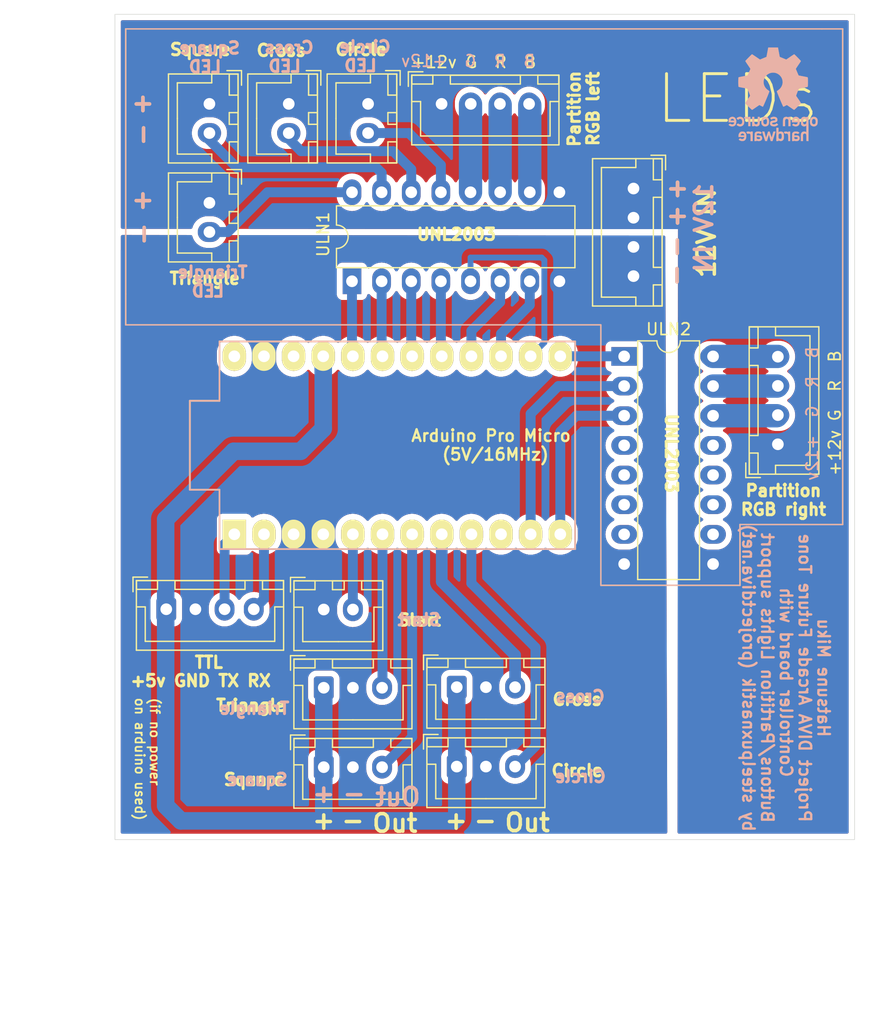
<source format=kicad_pcb>
(kicad_pcb (version 20210722) (generator pcbnew)
  (layers (0 "F.Cu" signal) (31 "B.Cu" signal) (34 "B.Paste" user) (35 "F.Paste" user) (36 "B.SilkS" user "B.Silkscreen") (37 "F.SilkS" user "F.Silkscreen") (38 "B.Mask" user) (39 "F.Mask" user) (44 "Edge.Cuts" user))
  (net 0 "")
  (net 1 "Net-(ProMicro1-Pad5)")
  (net 2 "Net-(ProMicro1-Pad6)")
  (net 3 "Net-(CIRCLE_LED1-Pad2)")
  (net 4 "Net-(Circle1-Pad1)")
  (net 5 "Net-(12V_IN1-Pad1)")
  (net 6 "Net-(12V_IN1-Pad3)")
  (net 7 "Net-(Partition_L1-Pad2)")
  (net 8 "Net-(Circle1-Pad3)")
  (net 9 "Net-(Cross1-Pad3)")
  (net 10 "Net-(SQUARE_LED1-Pad2)")
  (net 11 "Net-(ProMicro1-Pad7)")
  (net 12 "unconnected-(ProMicro1-Pad10)")
  (net 13 "Net-(ProMicro1-Pad13)")
  (net 14 "Net-(CROSS_LED1-Pad2)")
  (net 15 "Net-(ProMicro1-Pad14)")
  (net 16 "Net-(ProMicro1-Pad16)")
  (net 17 "Net-(ProMicro1-Pad17)")
  (net 18 "Net-(ProMicro1-Pad18)")
  (net 19 "Net-(ProMicro1-Pad19)")
  (net 20 "Net-(ProMicro1-Pad20)")
  (net 21 "Net-(TRIANGLE_LED1-Pad2)")
  (net 22 "Net-(ProMicro1-Pad15)")
  (net 23 "Net-(ProMicro1-Pad11)")
  (net 24 "Net-(ProMicro1-Pad12)")
  (net 25 "Net-(Partition_L1-Pad3)")
  (net 26 "Net-(Partition_L1-Pad4)")
  (net 27 "Net-(Partition_R1-Pad2)")
  (net 38 "Net-(ProMicro1-Pad1)")
  (net 39 "Net-(ProMicro1-Pad2)")
  (net 40 "Net-(Partition_R1-Pad3)")
  (net 41 "Net-(Partition_R1-Pad4)")
  (footprint "Connector_JST:JST_XH_B3B-XH-A_1x03_P2.50mm_Vertical" (layer "F.Cu") (at 130.9 94.9)
    (fp_text reference "Circle1" hide)
    (fp_text value "Circle_Conn_01x03")
    (pad "1" thru_hole roundrect locked (at 0 0) (size 1.7 1.95) (drill 1) (layers *.Cu *.Mask) (roundrect_rratio 0.147059) (net 4 "Net-(Circle1-Pad1)"))
    (pad "2" thru_hole oval locked (at 2.5 0) (size 1.7 1.95) (drill 1) (layers *.Cu *.Mask) (net 6 "Net-(12V_IN1-Pad3)"))
    (pad "3" thru_hole oval locked (at 5 0) (size 1.7 1.95) (drill 1) (layers *.Cu *.Mask) (net 8 "Net-(Circle1-Pad3)"))
  )
  (footprint "Connector_JST:JST_XH_B3B-XH-A_1x03_P2.50mm_Vertical" (layer "F.Cu") (at 130.9 88.1)
    (fp_text reference "Cross1" hide)
    (fp_text value "Cross_Conn_01x03")
    (pad "1" thru_hole roundrect locked (at 0 0) (size 1.7 1.95) (drill 1) (layers *.Cu *.Mask) (roundrect_rratio 0.147059) (net 4 "Net-(Circle1-Pad1)"))
    (pad "2" thru_hole oval locked (at 2.5 0) (size 1.7 1.95) (drill 1) (layers *.Cu *.Mask) (net 6 "Net-(12V_IN1-Pad3)"))
    (pad "3" thru_hole oval locked (at 5 0) (size 1.7 1.95) (drill 1) (layers *.Cu *.Mask) (net 9 "Net-(Cross1-Pad3)"))
  )
  (footprint "Connector_JST:JST_XH_B3B-XH-A_1x03_P2.50mm_Vertical" (layer "F.Cu") (at 119.5 94.95)
    (fp_text reference "Square1" hide)
    (fp_text value "Square_Conn_01x03")
    (pad "1" thru_hole roundrect locked (at 0 0) (size 1.7 1.95) (drill 1) (layers *.Cu *.Mask) (roundrect_rratio 0.147059) (net 4 "Net-(Circle1-Pad1)"))
    (pad "2" thru_hole oval locked (at 2.5 0) (size 1.7 1.95) (drill 1) (layers *.Cu *.Mask) (net 6 "Net-(12V_IN1-Pad3)"))
    (pad "3" thru_hole oval locked (at 5 0) (size 1.7 1.95) (drill 1) (layers *.Cu *.Mask) (net 11 "Net-(ProMicro1-Pad7)"))
  )
  (footprint "Connector_JST:JST_XH_B3B-XH-A_1x03_P2.50mm_Vertical" (layer "F.Cu") (at 119.5 88.15)
    (fp_text reference "Triangle1" hide)
    (fp_text value "Triangle_Conn_01x03")
    (pad "1" thru_hole roundrect locked (at 0 0) (size 1.7 1.95) (drill 1) (layers *.Cu *.Mask) (roundrect_rratio 0.147059) (net 4 "Net-(Circle1-Pad1)"))
    (pad "2" thru_hole oval locked (at 2.5 0) (size 1.7 1.95) (drill 1) (layers *.Cu *.Mask) (net 6 "Net-(12V_IN1-Pad3)"))
    (pad "3" thru_hole oval locked (at 5 0) (size 1.7 1.95) (drill 1) (layers *.Cu *.Mask) (net 2 "Net-(ProMicro1-Pad6)"))
  )
  (footprint "Connector_JST:JST_XH_B2B-XH-A_1x02_P2.50mm_Vertical" (layer "F.Cu") (at 119.5 81.45)
    (fp_text reference "Start1" hide)
    (fp_text value "START_Conn_01x02")
    (pad "1" thru_hole roundrect locked (at 0 0) (size 1.7 2) (drill 1) (layers *.Cu *.Mask) (roundrect_rratio 0.147059) (net 6 "Net-(12V_IN1-Pad3)"))
    (pad "2" thru_hole oval locked (at 2.5 0) (size 1.7 2) (drill 1) (layers *.Cu *.Mask) (net 1 "Net-(ProMicro1-Pad5)"))
  )
  (footprint "Connector_JST:JST_XH_B2B-XH-A_1x02_P2.50mm_Vertical" (layer "F.Cu") (at 109.7 46.625 -90)
    (fp_text reference "TRIANGLE_LED1" hide)
    (fp_text value "TRIANGLE_LED_Conn_01x02")
    (pad "1" thru_hole roundrect locked (at 0 0 270) (size 1.7 2) (drill 1) (layers *.Cu *.Mask) (roundrect_rratio 0.147059) (net 5 "Net-(12V_IN1-Pad1)"))
    (pad "2" thru_hole oval locked (at 2.5 0 270) (size 1.7 2) (drill 1) (layers *.Cu *.Mask) (net 21 "Net-(TRIANGLE_LED1-Pad2)"))
  )
  (footprint "Connector_JST:JST_XH_B2B-XH-A_1x02_P2.50mm_Vertical" (layer "F.Cu") (at 109.7 38.15 -90)
    (fp_text reference "SQUARE_LED1" hide)
    (fp_text value "SQUARE_LED_Conn_01x02")
    (pad "1" thru_hole roundrect locked (at 0 0 270) (size 1.7 2) (drill 1) (layers *.Cu *.Mask) (roundrect_rratio 0.147059) (net 5 "Net-(12V_IN1-Pad1)"))
    (pad "2" thru_hole oval locked (at 2.5 0 270) (size 1.7 2) (drill 1) (layers *.Cu *.Mask) (net 10 "Net-(SQUARE_LED1-Pad2)"))
  )
  (footprint "Connector_JST:JST_XH_B2B-XH-A_1x02_P2.50mm_Vertical" (layer "F.Cu") (at 116.5 38.15 -90)
    (fp_text reference "CROSS_LED1" hide)
    (fp_text value "CROSS_LED_Conn_01x02")
    (pad "1" thru_hole roundrect locked (at 0 0 270) (size 1.7 2) (drill 1) (layers *.Cu *.Mask) (roundrect_rratio 0.147059) (net 5 "Net-(12V_IN1-Pad1)"))
    (pad "2" thru_hole oval locked (at 2.5 0 270) (size 1.7 2) (drill 1) (layers *.Cu *.Mask) (net 14 "Net-(CROSS_LED1-Pad2)"))
  )
  (footprint "Connector_JST:JST_XH_B2B-XH-A_1x02_P2.50mm_Vertical" (layer "F.Cu") (at 123.3 38.15 -90)
    (fp_text reference "CIRCLE_LED1" hide)
    (fp_text value "CIRCLE_LED_Conn_01x02")
    (pad "1" thru_hole roundrect locked (at 0 0 270) (size 1.7 2) (drill 1) (layers *.Cu *.Mask) (roundrect_rratio 0.147059) (net 5 "Net-(12V_IN1-Pad1)"))
    (pad "2" thru_hole oval locked (at 2.5 0 270) (size 1.7 2) (drill 1) (layers *.Cu *.Mask) (net 3 "Net-(CIRCLE_LED1-Pad2)"))
  )
  (footprint "promicro:ProMicro" (layer "F.Cu") (at 125.805001 67.385001)
    (fp_text reference "ProMicro1" hide)
    (fp_text value "ProMicro")
    (pad "1" thru_hole rect locked (at -13.97 7.62) (size 2 2.5) (drill 1) (layers *.Cu *.Mask "F.SilkS") (net 38 "Net-(ProMicro1-Pad1)"))
    (pad "2" thru_hole oval locked (at -11.43 7.62) (size 2 2.5) (drill 1) (layers *.Cu *.Mask "F.SilkS") (net 39 "Net-(ProMicro1-Pad2)"))
    (pad "3" thru_hole oval locked (at -8.89 7.62) (size 2 2.5) (drill 1) (layers *.Cu *.Mask "F.SilkS") (net 6 "Net-(12V_IN1-Pad3)"))
    (pad "4" thru_hole oval locked (at -6.35 7.62) (size 2 2.5) (drill 1) (layers *.Cu *.Mask "F.SilkS") (net 6 "Net-(12V_IN1-Pad3)"))
    (pad "5" thru_hole oval locked (at -3.81 7.62) (size 2 2.5) (drill 1) (layers *.Cu *.Mask "F.SilkS") (net 1 "Net-(ProMicro1-Pad5)"))
    (pad "6" thru_hole oval locked (at -1.27 7.62) (size 2 2.5) (drill 1) (layers *.Cu *.Mask "F.SilkS") (net 2 "Net-(ProMicro1-Pad6)"))
    (pad "7" thru_hole oval locked (at 1.27 7.62) (size 2 2.5) (drill 1) (layers *.Cu *.Mask "F.SilkS") (net 11 "Net-(ProMicro1-Pad7)"))
    (pad "8" thru_hole oval locked (at 3.81 7.62) (size 2 2.5) (drill 1) (layers *.Cu *.Mask "F.SilkS") (net 9 "Net-(Cross1-Pad3)"))
    (pad "9" thru_hole oval locked (at 6.35 7.62) (size 2 2.5) (drill 1) (layers *.Cu *.Mask "F.SilkS") (net 8 "Net-(Circle1-Pad3)"))
    (pad "10" thru_hole oval locked (at 8.89 7.62) (size 2 2.5) (drill 1) (layers *.Cu *.Mask "F.SilkS") (net 12 "unconnected-(ProMicro1-Pad10)"))
    (pad "11" thru_hole oval locked (at 11.43 7.62) (size 2 2.5) (drill 1) (layers *.Cu *.Mask "F.SilkS") (net 23 "Net-(ProMicro1-Pad11)"))
    (pad "12" thru_hole oval locked (at 13.97 7.62) (size 2 2.5) (drill 1) (layers *.Cu *.Mask "F.SilkS") (net 24 "Net-(ProMicro1-Pad12)"))
    (pad "13" thru_hole oval locked (at 13.97 -7.62) (size 2 2.5) (drill 1) (layers *.Cu *.Mask "F.SilkS") (net 13 "Net-(ProMicro1-Pad13)"))
    (pad "14" thru_hole oval locked (at 11.43 -7.62) (size 2 2.5) (drill 1) (layers *.Cu *.Mask "F.SilkS") (net 15 "Net-(ProMicro1-Pad14)"))
    (pad "15" thru_hole oval locked (at 8.89 -7.62) (size 2 2.5) (drill 1) (layers *.Cu *.Mask "F.SilkS") (net 22 "Net-(ProMicro1-Pad15)"))
    (pad "16" thru_hole oval locked (at 6.35 -7.62) (size 2 2.5) (drill 1) (layers *.Cu *.Mask "F.SilkS") (net 16 "Net-(ProMicro1-Pad16)"))
    (pad "17" thru_hole oval locked (at 3.81 -7.62) (size 2 2.5) (drill 1) (layers *.Cu *.Mask "F.SilkS") (net 17 "Net-(ProMicro1-Pad17)"))
    (pad "18" thru_hole oval locked (at 1.27 -7.62) (size 2 2.5) (drill 1) (layers *.Cu *.Mask "F.SilkS") (net 18 "Net-(ProMicro1-Pad18)"))
    (pad "19" thru_hole oval locked (at -1.27 -7.62) (size 2 2.5) (drill 1) (layers *.Cu *.Mask "F.SilkS") (net 19 "Net-(ProMicro1-Pad19)"))
    (pad "20" thru_hole oval locked (at -3.81 -7.62) (size 2 2.5) (drill 1) (layers *.Cu *.Mask "F.SilkS") (net 20 "Net-(ProMicro1-Pad20)"))
    (pad "21" thru_hole oval locked (at -6.35 -7.62) (size 2 2.5) (drill 1) (layers *.Cu *.Mask "F.SilkS") (net 4 "Net-(Circle1-Pad1)"))
    (pad "22" thru_hole oval locked (at -8.89 -7.62) (size 2 2.5) (drill 1) (layers *.Cu *.Mask "F.SilkS"))
    (pad "23" thru_hole oval locked (at -11.43 -7.62) (size 2 2.5) (drill 1) (layers *.Cu *.Mask "F.SilkS") (net 6 "Net-(12V_IN1-Pad3)"))
    (pad "24" thru_hole oval locked (at -13.97 -7.62) (size 2 2.5) (drill 1) (layers *.Cu *.Mask "F.SilkS"))
  )
  (footprint "Package_DIP:DIP-16_W7.62mm" (layer "F.Cu") (at 121.92 53.34 90)
    (fp_text reference "ULN1" (at 4.015 -2.47 270) (layer "F.SilkS"))
    (fp_text value "ULN2003")
    (pad "1" thru_hole rect locked (at 0 0 90) (size 2.2 1.6) (drill 1) (layers *.Cu *.Mask) (net 20 "Net-(ProMicro1-Pad20)"))
    (pad "2" thru_hole oval locked (at 0 2.54 90) (size 2.2 1.6) (drill 1) (layers *.Cu *.Mask) (net 19 "Net-(ProMicro1-Pad19)"))
    (pad "3" thru_hole oval locked (at 0 5.08 90) (size 2.2 1.6) (drill 1) (layers *.Cu *.Mask) (net 18 "Net-(ProMicro1-Pad18)"))
    (pad "4" thru_hole oval locked (at 0 7.62 90) (size 2.2 1.6) (drill 1) (layers *.Cu *.Mask) (net 17 "Net-(ProMicro1-Pad17)"))
    (pad "5" thru_hole oval locked (at 0 10.16 90) (size 2.2 1.6) (drill 1) (layers *.Cu *.Mask) (net 15 "Net-(ProMicro1-Pad14)"))
    (pad "6" thru_hole oval locked (at 0 12.7 90) (size 2.2 1.6) (drill 1) (layers *.Cu *.Mask) (net 16 "Net-(ProMicro1-Pad16)"))
    (pad "7" thru_hole oval locked (at 0 15.24 90) (size 2.2 1.6) (drill 1) (layers *.Cu *.Mask) (net 22 "Net-(ProMicro1-Pad15)"))
    (pad "8" thru_hole oval locked (at 0 17.78 90) (size 2.2 1.6) (drill 1) (layers *.Cu *.Mask) (net 6 "Net-(12V_IN1-Pad3)"))
    (pad "9" thru_hole oval locked (at 7.62 17.78 90) (size 2.2 1.6) (drill 1) (layers *.Cu *.Mask) (net 5 "Net-(12V_IN1-Pad1)"))
    (pad "10" thru_hole oval locked (at 7.62 15.24 90) (size 2.2 1.6) (drill 1) (layers *.Cu *.Mask) (net 26 "Net-(Partition_L1-Pad4)"))
    (pad "11" thru_hole oval locked (at 7.62 12.7 90) (size 2.2 1.6) (drill 1) (layers *.Cu *.Mask) (net 25 "Net-(Partition_L1-Pad3)"))
    (pad "12" thru_hole oval locked (at 7.62 10.16 90) (size 2.2 1.6) (drill 1) (layers *.Cu *.Mask) (net 7 "Net-(Partition_L1-Pad2)"))
    (pad "13" thru_hole oval locked (at 7.62 7.62 90) (size 2.2 1.6) (drill 1) (layers *.Cu *.Mask) (net 3 "Net-(CIRCLE_LED1-Pad2)"))
    (pad "14" thru_hole oval locked (at 7.62 5.08 90) (size 2.2 1.6) (drill 1) (layers *.Cu *.Mask) (net 14 "Net-(CROSS_LED1-Pad2)"))
    (pad "15" thru_hole oval locked (at 7.62 2.54 90) (size 2.2 1.6) (drill 1) (layers *.Cu *.Mask) (net 10 "Net-(SQUARE_LED1-Pad2)"))
    (pad "16" thru_hole oval locked (at 7.62 0 90) (size 2.2 1.6) (drill 1) (layers *.Cu *.Mask) (net 21 "Net-(TRIANGLE_LED1-Pad2)"))
  )
  (footprint "Package_DIP:DIP-16_W7.62mm" (layer "F.Cu") (at 145.25 59.775)
    (fp_text reference "ULN2" (at 3.81 -2.33) (layer "F.SilkS"))
    (fp_text value "ULN2003")
    (pad "1" thru_hole rect locked (at 0 0) (size 2.2 1.6) (drill 1) (layers *.Cu *.Mask) (net 13 "Net-(ProMicro1-Pad13)"))
    (pad "2" thru_hole oval locked (at 0 2.54) (size 2.2 1.6) (drill 1) (layers *.Cu *.Mask) (net 23 "Net-(ProMicro1-Pad11)"))
    (pad "3" thru_hole oval locked (at 0 5.08) (size 2.2 1.6) (drill 1) (layers *.Cu *.Mask) (net 24 "Net-(ProMicro1-Pad12)"))
    (pad "4" thru_hole oval locked (at 0 7.62) (size 2.2 1.6) (drill 1) (layers *.Cu *.Mask))
    (pad "5" thru_hole oval locked (at 0 10.16) (size 2.2 1.6) (drill 1) (layers *.Cu *.Mask))
    (pad "6" thru_hole oval locked (at 0 12.7) (size 2.2 1.6) (drill 1) (layers *.Cu *.Mask))
    (pad "7" thru_hole oval locked (at 0 15.24) (size 2.2 1.6) (drill 1) (layers *.Cu *.Mask))
    (pad "8" thru_hole oval locked (at 0 17.78) (size 2.2 1.6) (drill 1) (layers *.Cu *.Mask) (net 6 "Net-(12V_IN1-Pad3)"))
    (pad "9" thru_hole oval locked (at 7.62 17.78) (size 2.2 1.6) (drill 1) (layers *.Cu *.Mask) (net 5 "Net-(12V_IN1-Pad1)"))
    (pad "10" thru_hole oval locked (at 7.62 15.24) (size 2.2 1.6) (drill 1) (layers *.Cu *.Mask))
    (pad "11" thru_hole oval locked (at 7.62 12.7) (size 2.2 1.6) (drill 1) (layers *.Cu *.Mask))
    (pad "12" thru_hole oval locked (at 7.62 10.16) (size 2.2 1.6) (drill 1) (layers *.Cu *.Mask))
    (pad "13" thru_hole oval locked (at 7.62 7.62) (size 2.2 1.6) (drill 1) (layers *.Cu *.Mask))
    (pad "14" thru_hole oval locked (at 7.62 5.08) (size 2.2 1.6) (drill 1) (layers *.Cu *.Mask) (net 27 "Net-(Partition_R1-Pad2)"))
    (pad "15" thru_hole oval locked (at 7.62 2.54) (size 2.2 1.6) (drill 1) (layers *.Cu *.Mask) (net 40 "Net-(Partition_R1-Pad3)"))
    (pad "16" thru_hole oval locked (at 7.62 0) (size 2.2 1.6) (drill 1) (layers *.Cu *.Mask) (net 41 "Net-(Partition_R1-Pad4)"))
  )
  (footprint "Connector_JST:JST_XH_B4B-XH-A_1x04_P2.50mm_Vertical" (layer "F.Cu") (at 146.05 45.4 -90)
    (fp_text reference "12V_IN1" hide)
    (fp_text value "12V_IN")
    (pad "1" thru_hole roundrect locked (at 0 0 270) (size 1.7 1.95) (drill 1) (layers *.Cu *.Mask) (roundrect_rratio 0.147059) (net 5 "Net-(12V_IN1-Pad1)"))
    (pad "2" thru_hole oval locked (at 2.5 0 270) (size 1.7 1.95) (drill 1) (layers *.Cu *.Mask) (net 5 "Net-(12V_IN1-Pad1)"))
    (pad "3" thru_hole oval locked (at 5 0 270) (size 1.7 1.95) (drill 1) (layers *.Cu *.Mask) (net 6 "Net-(12V_IN1-Pad3)"))
    (pad "4" thru_hole oval locked (at 7.5 0 270) (size 1.7 1.95) (drill 1) (layers *.Cu *.Mask) (net 6 "Net-(12V_IN1-Pad3)"))
  )
  (footprint "Connector_JST:JST_XH_B4B-XH-A_1x04_P2.50mm_Vertical" (layer "F.Cu") (at 129.6 38.15)
    (fp_text reference "Partition_L1" hide)
    (fp_text value "Conn_01x04")
    (pad "1" thru_hole roundrect locked (at 0 0) (size 1.7 1.95) (drill 1) (layers *.Cu *.Mask) (roundrect_rratio 0.147059) (net 5 "Net-(12V_IN1-Pad1)"))
    (pad "2" thru_hole oval locked (at 2.5 0) (size 1.7 1.95) (drill 1) (layers *.Cu *.Mask) (net 7 "Net-(Partition_L1-Pad2)"))
    (pad "3" thru_hole oval locked (at 5 0) (size 1.7 1.95) (drill 1) (layers *.Cu *.Mask) (net 25 "Net-(Partition_L1-Pad3)"))
    (pad "4" thru_hole oval locked (at 7.5 0) (size 1.7 1.95) (drill 1) (layers *.Cu *.Mask) (net 26 "Net-(Partition_L1-Pad4)"))
  )
  (footprint "Connector_JST:JST_XH_B4B-XH-A_1x04_P2.50mm_Vertical" (layer "F.Cu") (at 106 81.425)
    (fp_text reference "TTL1" hide)
    (fp_text value "Conn_01x04")
    (pad "1" thru_hole roundrect locked (at 0 0) (size 1.7 1.95) (drill 1) (layers *.Cu *.Mask) (roundrect_rratio 0.147059) (net 4 "Net-(Circle1-Pad1)"))
    (pad "2" thru_hole oval locked (at 2.5 0) (size 1.7 1.95) (drill 1) (layers *.Cu *.Mask) (net 6 "Net-(12V_IN1-Pad3)"))
    (pad "3" thru_hole oval locked (at 5 0) (size 1.7 1.95) (drill 1) (layers *.Cu *.Mask) (net 38 "Net-(ProMicro1-Pad1)"))
    (pad "4" thru_hole oval locked (at 7.5 0) (size 1.7 1.95) (drill 1) (layers *.Cu *.Mask) (net 39 "Net-(ProMicro1-Pad2)"))
  )
  (footprint "Connector_JST:JST_XH_B4B-XH-A_1x04_P2.50mm_Vertical" (layer "F.Cu") (at 158.425 67.3 90)
    (fp_text reference "Partition_R1" hide)
    (fp_text value "Conn_01x04")
    (pad "1" thru_hole roundrect locked (at 0 0 90) (size 1.7 1.95) (drill 1) (layers *.Cu *.Mask) (roundrect_rratio 0.147059) (net 5 "Net-(12V_IN1-Pad1)"))
    (pad "2" thru_hole oval locked (at 2.5 0 90) (size 1.7 1.95) (drill 1) (layers *.Cu *.Mask) (net 27 "Net-(Partition_R1-Pad2)"))
    (pad "3" thru_hole oval locked (at 5 0 90) (size 1.7 1.95) (drill 1) (layers *.Cu *.Mask) (net 40 "Net-(Partition_R1-Pad3)"))
    (pad "4" thru_hole oval locked (at 7.5 0 90) (size 1.7 1.95) (drill 1) (layers *.Cu *.Mask) (net 41 "Net-(Partition_R1-Pad4)"))
  )
  (footprint "Symbol:OSHW-Logo_7.5x8mm_SilkScreen" (layer "B.Cu") (at 158.025 37.325 180)
    (fp_text reference "REF**" hide)
    (fp_text value "OSHW-Logo_7.5x8mm_SilkScreen" hide)
  )
  (gr_line (start 155.175 79.375) (end 143.25 79.375) (layer "B.SilkS") (width 0.12))
  (gr_line (start 143.25 79.375) (end 143.25 57.075) (layer "B.SilkS") (width 0.12))
  (gr_line (start 143.25 57.075) (end 102.525 57.075) (layer "B.SilkS") (width 0.12))
  (gr_line (start 162.2 31.725) (end 102.525 31.725) (layer "B.SilkS") (width 0.12))
  (gr_line (start 163.975 31.725) (end 163.975 74.175) (layer "B.SilkS") (width 0.12))
  (gr_line (start 155.175 74.175) (end 155.175 79.375) (layer "B.SilkS") (width 0.12))
  (gr_line (start 102.525 57.075) (end 102.525 54.425) (layer "B.SilkS") (width 0.12))
  (gr_line (start 102.525 31.725) (end 102.525 54.425) (layer "B.SilkS") (width 0.12))
  (gr_line (start 162.2 31.725) (end 163.975 31.725) (layer "B.SilkS") (width 0.12))
  (gr_line (start 163.975 74.175) (end 155.175 74.175) (layer "B.SilkS") (width 0.12))
  (gr_line (start 163.975 31.725) (end 163.975 74.175) (layer "F.SilkS") (width 0.12))
  (gr_line (start 163.975 74.175) (end 155.175 74.175) (layer "F.SilkS") (width 0.12))
  (gr_line (start 102.525 31.725) (end 102.525 54.425) (layer "F.SilkS") (width 0.12))
  (gr_line (start 143.25 79.375) (end 143.25 57.075) (layer "F.SilkS") (width 0.12))
  (gr_line (start 102.525 57.075) (end 102.525 54.425) (layer "F.SilkS") (width 0.12))
  (gr_line (start 155.175 79.375) (end 143.25 79.375) (layer "F.SilkS") (width 0.12))
  (gr_line (start 143.25 57.075) (end 102.525 57.075) (layer "F.SilkS") (width 0.12))
  (gr_line (start 162.2 31.725) (end 102.525 31.725) (layer "F.SilkS") (width 0.12))
  (gr_line (start 162.2 31.725) (end 163.975 31.725) (layer "F.SilkS") (width 0.12))
  (gr_line (start 155.175 74.175) (end 155.175 79.375) (layer "F.SilkS") (width 0.12))
  (gr_rect (start 165 101.152) (end 101.6 30.48) (layer "Edge.Cuts") (width 0.05) (fill none))
  (gr_text "+" (at 149.825 47.675) (layer "B.SilkS") (effects (font (size 1.5 1.5) (thickness 0.3))))
  (gr_text "-" (at 149.7 50.375 90) (layer "B.SilkS") (effects (font (size 1.5 1.5) (thickness 0.3))))
  (gr_text "-" (at 122.1 97.2) (layer "B.SilkS") (effects (font (size 1.5 1.5) (thickness 0.3)) (justify mirror)))
  (gr_text "Out" (at 125.85 97.5) (layer "B.SilkS") (effects (font (size 1.5 1.5) (thickness 0.3)) (justify mirror)))
  (gr_text "+" (at 119.5 97.2) (layer "B.SilkS") (effects (font (size 1.5 1.5) (thickness 0.3)) (justify mirror)))
  (gr_text "+" (at 104 46.325) (layer "B.SilkS") (effects (font (size 1.5 1.5) (thickness 0.3)) (justify mirror)))
  (gr_text "Triangle" (at 113.538 89.916) (layer "B.SilkS") (effects (font (size 1 1) (thickness 0.25)) (justify mirror)))
  (gr_text "-" (at 104 49.3 90) (layer "B.SilkS") (effects (font (size 1.5 1.5) (thickness 0.3)) (justify mirror)))
  (gr_text "Square" (at 113.792 96.012) (layer "B.SilkS") (effects (font (size 1 1) (thickness 0.25)) (justify mirror)))
  (gr_text "Cross \nLED" (at 116.15 34.125) (layer "B.SilkS") (effects (font (size 1 1) (thickness 0.25)) (justify mirror)))
  (gr_text "12V IN" (at 152.075 48.75 90) (layer "B.SilkS") (effects (font (size 1.5 1.5) (thickness 0.3)) (justify mirror)))
  (gr_text "Hatsune Miku\nProject DIVA Arcade Future Tone\nController board with \nButtons/Partition Lights support\nby steelpuxnastik (projectdiva.net)" (at 159.125 87.3 270) (layer "B.SilkS") (effects (font (size 1 1) (thickness 0.2)) (justify mirror)))
  (gr_text "Circle \nLED" (at 122.65 34.075) (layer "B.SilkS") (effects (font (size 1 1) (thickness 0.25)) (justify mirror)))
  (gr_text "Start" (at 127.675 82.325) (layer "B.SilkS") (effects (font (size 1 1) (thickness 0.25)) (justify mirror)))
  (gr_text "B  R  G  +12v" (at 131.875 34.475) (layer "B.SilkS") (effects (font (size 1 1)) (justify mirror)))
  (gr_text "+" (at 104 38.05) (layer "B.SilkS") (effects (font (size 1.5 1.5) (thickness 0.3)) (justify mirror)))
  (gr_text "Triangle \nLED" (at 109.575 53.375) (layer "B.SilkS") (effects (font (size 1 1) (thickness 0.25)) (justify mirror)))
  (gr_text "-" (at 149.675 52.825 90) (layer "B.SilkS") (effects (font (size 1.5 1.5) (thickness 0.3))))
  (gr_text "Cross" (at 141.478 88.9) (layer "B.SilkS") (effects (font (size 1 1) (thickness 0.25)) (justify mirror)))
  (gr_text "-" (at 103.95 40.775 90) (layer "B.SilkS") (effects (font (size 1.5 1.5) (thickness 0.3))))
  (gr_text "Circle" (at 141.478 95.758) (layer "B.SilkS") (effects (font (size 1 1) (thickness 0.25)) (justify mirror)))
  (gr_text "Square \nLED" (at 109.325 34.175) (layer "B.SilkS") (effects (font (size 1 1) (thickness 0.25)) (justify mirror)))
  (gr_text "+" (at 149.825 45.325) (layer "B.SilkS") (effects (font (size 1.5 1.5) (thickness 0.3))))
  (gr_text "B  R  G  +12v" (at 161.375 64.675 90) (layer "B.SilkS") (effects (font (size 1 1)) (justify mirror)))
  (gr_text "Circle" (at 122.7 33.5) (layer "F.SilkS") (effects (font (size 1 1) (thickness 0.25))))
  (gr_text "Cross" (at 115.85 33.575) (layer "F.SilkS") (effects (font (size 1 1) (thickness 0.25))))
  (gr_text "Square" (at 108.925 33.5) (layer "F.SilkS") (effects (font (size 1 1) (thickness 0.25))))
  (gr_text "Triangle" (at 109.3 53.1) (layer "F.SilkS") (effects (font (size 1 1) (thickness 0.25))))
  (gr_text "-" (at 149.7 50.375 90) (layer "F.SilkS") (effects (font (size 1.5 1.5) (thickness 0.3))))
  (gr_text "+" (at 104 38.05) (layer "F.SilkS") (effects (font (size 1.5 1.5) (thickness 0.3)) (justify mirror)))
  (gr_text "-" (at 103.95 40.775 90) (layer "F.SilkS") (effects (font (size 1.5 1.5) (thickness 0.3))))
  (gr_text "+" (at 119.5 99.5) (layer "F.SilkS") (effects (font (size 1.5 1.5) (thickness 0.3)) (justify mirror)))
  (gr_text "-" (at 122 99.5) (layer "F.SilkS") (effects (font (size 1.5 1.5) (thickness 0.3))))
  (gr_text "Out" (at 125.6 99.75) (layer "F.SilkS") (effects (font (size 1.5 1.5) (thickness 0.3))))
  (gr_text "Partition\nRGB right" (at 158.9 72.075) (layer "F.SilkS") (effects (font (size 1 1) (thickness 0.25))))
  (gr_text "+" (at 149.825 47.675) (layer "F.SilkS") (effects (font (size 1.5 1.5) (thickness 0.3)) (justify mirror)))
  (gr_text "Out" (at 136.95 99.7) (layer "F.SilkS") (effects (font (size 1.5 1.5) (thickness 0.3))))
  (gr_text "Partition\nRGB left" (at 141.775 38.575 90) (layer "F.SilkS") (effects (font (size 1 1) (thickness 0.25))))
  (gr_text "Start" (at 127.7 82.35) (layer "F.SilkS") (effects (font (size 1 1) (thickness 0.25))))
  (gr_text "(if no power \non arduino used)" (at 104.375 88.925 270) (layer "F.SilkS") (effects (font (size 0.8 0.8)) (justify left)))
  (gr_text "UNL2003" (at 149.3 68.075 270) (layer "F.SilkS") (effects (font (size 1 1) (thickness 0.25))))
  (gr_text "+" (at 104 46.325) (layer "F.SilkS") (effects (font (size 1.5 1.5) (thickness 0.3)) (justify mirror)))
  (gr_text "12V IN" (at 152.3 49.225 90) (layer "F.SilkS") (effects (font (size 1.5 1.5) (thickness 0.3))))
  (gr_text "+" (at 130.85 99.5) (layer "F.SilkS") (effects (font (size 1.5 1.5) (thickness 0.3)) (justify mirror)))
  (gr_text "Circle" (at 141.224 95.25) (layer "F.SilkS") (effects (font (size 1 1) (thickness 0.25))))
  (gr_text "-" (at 133.35 99.5) (layer "F.SilkS") (effects (font (size 1.5 1.5) (thickness 0.3))))
  (gr_text "+" (at 149.825 45.325) (layer "F.SilkS") (effects (font (size 1.5 1.5) (thickness 0.3)) (justify mirror)))
  (gr_text "LEDs" (at 154.975 37.725) (layer "F.SilkS") (effects (font (size 4 4) (thickness 0.25))))
  (gr_text "+12v G  R  B" (at 163.3 64.625 90) (layer "F.SilkS") (effects (font (size 1 1))))
  (gr_text "-" (at 149.675 52.825 90) (layer "F.SilkS") (effects (font (size 1.5 1.5) (thickness 0.3))))
  (gr_text "TTL" (at 109.65 85.975) (layer "F.SilkS") (effects (font (size 1 1) (thickness 0.25))))
  (gr_text "Triangle" (at 113.284 89.662) (layer "F.SilkS") (effects (font (size 1 1) (thickness 0.25))))
  (gr_text "UNL2003" (at 130.875 49.325) (layer "F.SilkS") (effects (font (size 1 1) (thickness 0.25))))
  (gr_text "+12v G  R  B" (at 132.35 34.575) (layer "F.SilkS") (effects (font (size 1 1))))
  (gr_text "Cross" (at 141.224 89.154) (layer "F.SilkS") (effects (font (size 1 1) (thickness 0.25))))
  (gr_text "-" (at 104 49.3 90) (layer "F.SilkS") (effects (font (size 1.5 1.5) (thickness 0.3))))
  (gr_text "+5v GND TX RX" (at 108.95 87.55) (layer "F.SilkS") (effects (font (size 1 1) (thickness 0.25))))
  (gr_text "Arduino Pro Micro \n(5V/16MHz)" (at 134.22 67.37) (layer "F.SilkS") (effects (font (size 1 1) (thickness 0.2))))
  (gr_text "Square" (at 113.538 96.012) (layer "F.SilkS") (effects (font (size 1 1) (thickness 0.25))))
  (segment (start 121.79 74.8) (end 121.995001 75.005001) (width 0.85) (layer "B.Cu") (net 1))
  (segment (start 121.995001 75.005001) (end 121.995001 81.445001) (width 0.85) (layer "B.Cu") (net 1))
  (segment (start 121.995001 81.445001) (end 122 81.45) (width 0.85) (layer "B.Cu") (net 1))
  (segment (start 122 75.01) (end 121.995001 75.005001) (width 0.85) (layer "B.Cu") (net 1))
  (segment (start 124.500448 75.039554) (end 124.535001 75.005001) (width 0.85) (layer "B.Cu") (net 2))
  (segment (start 124.535001 75.005001) (end 124.535001 88.114999) (width 0.85) (layer "B.Cu") (net 2))
  (segment (start 124.535001 88.114999) (end 124.5 88.15) (width 0.85) (layer "B.Cu") (net 2))
  (segment (start 124.62 74.920002) (end 124.535001 75.005001) (width 0.85) (layer "B.Cu") (net 2))
  (segment (start 129.54 43.39) (end 126.8 40.65) (width 0.85) (layer "B.Cu") (net 3))
  (segment (start 129.54 45.72) (end 129.54 43.39) (width 0.85) (layer "B.Cu") (net 3))
  (segment (start 126.8 40.65) (end 123.3 40.65) (width 0.85) (layer "B.Cu") (net 3))
  (segment (start 105.95 98.25) (end 107.25 99.55) (width 1.5) (layer "B.Cu") (net 4))
  (segment (start 119.85 99.55) (end 119.5 99.2) (width 1.5) (layer "B.Cu") (net 4))
  (segment (start 130.65 99.55) (end 130.9 99.3) (width 1.5) (layer "B.Cu") (net 4))
  (segment (start 117.525 67.9) (end 111.775 67.9) (width 1.5) (layer "B.Cu") (net 4))
  (segment (start 119.5 99.2) (end 119.5 88.15) (width 1.5) (layer "B.Cu") (net 4))
  (segment (start 105.95 73.725) (end 105.95 98.25) (width 1.5) (layer "B.Cu") (net 4))
  (segment (start 119.455001 65.969999) (end 117.525 67.9) (width 1.5) (layer "B.Cu") (net 4))
  (segment (start 111.775 67.9) (end 105.95 73.725) (width 1.5) (layer "B.Cu") (net 4))
  (segment (start 107.25 99.55) (end 119.85 99.55) (width 1.5) (layer "B.Cu") (net 4))
  (segment (start 130.9 99.3) (end 130.9 88.1) (width 1.5) (layer "B.Cu") (net 4))
  (segment (start 119.85 99.55) (end 130.65 99.55) (width 1.5) (layer "B.Cu") (net 4))
  (segment (start 119.455001 59.765001) (end 119.455001 65.969999) (width 1.5) (layer "B.Cu") (net 4))
  (segment (start 119.5 75.05) (end 119.455001 75.005001) (width 1.25) (layer "B.Cu") (net 6))
  (segment (start 132.08 45.72) (end 132.08 38.18) (width 2) (layer "B.Cu") (net 7))
  (segment (start 135.9 94.9) (end 137.65 93.15) (width 0.85) (layer "B.Cu") (net 8))
  (segment (start 137.65 93.15) (end 137.65 84.7) (width 0.85) (layer "B.Cu") (net 8))
  (segment (start 132.155001 79.194999) (end 132.155001 75.005001) (width 0.85) (layer "B.Cu") (net 8))
  (segment (start 137.65 84.7) (end 132.15 79.2) (width 0.85) (layer "B.Cu") (net 8))
  (segment (start 132.15 79.2) (end 132.155001 79.194999) (width 0.85) (layer "B.Cu") (net 8))
  (segment (start 129.615001 79.069001) (end 135.9 85.354) (width 1) (layer "B.Cu") (net 9))
  (segment (start 129.615001 75.005001) (end 129.615001 79.069001) (width 1) (layer "B.Cu") (net 9))
  (segment (start 135.9 85.354) (end 135.9 88.1) (width 1) (layer "B.Cu") (net 9))
  (segment (start 124.46 44.06) (end 124.46 45.72) (width 0.85) (layer "B.Cu") (net 10))
  (segment (start 109.5 41.05) (end 109.5 40.65) (width 0.85) (layer "B.Cu") (net 10))
  (segment (start 109.7 41.25) (end 109.7 40.65) (width 0.85) (layer "B.Cu") (net 10))
  (segment (start 123.975 43.575) (end 124.46 44.06) (width 0.85) (layer "B.Cu") (net 10))
  (segment (start 109.7 41.25) (end 112.025 43.575) (width 0.85) (layer "B.Cu") (net 10))
  (segment (start 112.025 43.575) (end 123.975 43.575) (width 0.85) (layer "B.Cu") (net 10))
  (segment (start 127.075001 92.374999) (end 124.5 94.95) (width 0.85) (layer "B.Cu") (net 11))
  (segment (start 127.075001 75.005001) (end 127.075001 92.374999) (width 0.85) (layer "B.Cu") (net 11))
  (segment (start 134.695001 75.005001) (end 134.695001 75.166003) (width 1.25) (layer "B.Cu") (net 12))
  (segment (start 145.240001 59.765001) (end 145.25 59.775) (width 0.85) (layer "B.Cu") (net 13))
  (segment (start 139.775001 59.765001) (end 145.240001 59.765001) (width 0.85) (layer "B.Cu") (net 13))
  (segment (start 127 43.75) (end 125.45 42.2) (width 0.85) (layer "B.Cu") (net 14))
  (segment (start 125.45 42.2) (end 117.55 42.2) (width 0.85) (layer "B.Cu") (net 14))
  (segment (start 116.5 41.15) (end 116.5 40.65) (width 0.85) (layer "B.Cu") (net 14))
  (segment (start 117.55 42.2) (end 116.5 41.15) (width 0.85) (layer "B.Cu") (net 14))
  (segment (start 127 45.72) (end 127 43.75) (width 0.85) (layer "B.Cu") (net 14))
  (segment (start 132.155001 53.415001) (end 132.08 53.34) (width 0.85) (layer "B.Cu") (net 15))
  (segment (start 138.176 51.308) (end 132.08 51.308) (width 0.5) (layer "B.Cu") (net 15))
  (segment (start 137.235001 59.765001) (end 138.409511 58.590491) (width 0.5) (layer "B.Cu") (net 15))
  (segment (start 132.08 51.308) (end 132.08 53.34) (width 0.5) (layer "B.Cu") (net 15))
  (segment (start 138.409511 58.590491) (end 138.409511 51.541511) (width 0.5) (layer "B.Cu") (net 15))
  (segment (start 138.409511 51.541511) (end 138.176 51.308) (width 0.5) (layer "B.Cu") (net 15))
  (segment (start 132.155001 59.765001) (end 132.155001 57.582999) (width 0.85) (layer "B.Cu") (net 16))
  (segment (start 132.155001 57.582999) (end 134.62 55.118) (width 0.85) (layer "B.Cu") (net 16))
  (segment (start 134.62 55.118) (end 134.62 53.34) (width 0.85) (layer "B.Cu") (net 16))
  (segment (start 134.695001 53.415001) (end 134.62 53.34) (width 0.85) (layer "B.Cu") (net 16))
  (segment (start 129.54 59.69) (end 129.615001 59.765001) (width 0.85) (layer "B.Cu") (net 17))
  (segment (start 129.54 53.34) (end 129.54 59.69) (width 0.85) (layer "B.Cu") (net 17))
  (segment (start 127 53.34) (end 127 59.69) (width 0.85) (layer "B.Cu") (net 18))
  (segment (start 127 59.69) (end 127.075001 59.765001) (width 0.85) (layer "B.Cu") (net 18))
  (segment (start 124.46 53.34) (end 124.46 59.69) (width 0.85) (layer "B.Cu") (net 19))
  (segment (start 124.46 59.69) (end 124.535001 59.765001) (width 0.85) (layer "B.Cu") (net 19))
  (segment (start 121.92 59.69) (end 121.995001 59.765001) (width 0.85) (layer "B.Cu") (net 20))
  (segment (start 121.92 53.34) (end 121.92 59.69) (width 0.85) (layer "B.Cu") (net 20))
  (segment (start 121.92 45.72) (end 114.68 45.72) (width 0.85) (layer "B.Cu") (net 21))
  (segment (start 114.68 45.72) (end 111.275 49.125) (width 0.85) (layer "B.Cu") (net 21))
  (segment (start 111.275 49.125) (end 109.7 49.125) (width 0.85) (layer "B.Cu") (net 21))
  (segment (start 134.695001 59.765001) (end 134.695001 57.836999) (width 0.85) (layer "B.Cu") (net 22))
  (segment (start 134.695001 57.836999) (end 137.16 55.372) (width 0.85) (layer "B.Cu") (net 22))
  (segment (start 137.16 55.372) (end 137.16 53.34) (width 0.85) (layer "B.Cu") (net 22))
  (segment (start 137.235001 64.689999) (end 139.61 62.315) (width 0.85) (layer "B.Cu") (net 23))
  (segment (start 137.235001 75.005001) (end 137.235001 64.689999) (width 0.85) (layer "B.Cu") (net 23))
  (segment (start 139.61 62.315) (end 145.25 62.315) (width 0.85) (layer "B.Cu") (net 23))
  (segment (start 139.775001 66.224999) (end 141.15 64.85) (width 0.85) (layer "B.Cu") (net 24))
  (segment (start 141.15 64.85) (end 141.155 64.855) (width 0.85) (layer "B.Cu") (net 24))
  (segment (start 139.775001 75.005001) (end 139.775001 66.224999) (width 0.85) (layer "B.Cu") (net 24))
  (segment (start 141.155 64.855) (end 145.25 64.855) (width 0.85) (layer "B.Cu") (net 24))
  (segment (start 134.62 45.72) (end 134.62 38.22) (width 2) (layer "B.Cu") (net 25))
  (segment (start 134.62 38.42) (end 134.6 38.4) (width 1.5) (layer "B.Cu") (net 25))
  (segment (start 134.62 38.22) (end 134.55 38.15) (width 1.5) (layer "B.Cu") (net 25))
  (segment (start 137.16 38.26) (end 137.05 38.15) (width 1.5) (layer "B.Cu") (net 26))
  (segment (start 137.16 38.46) (end 137.1 38.4) (width 1.5) (layer "B.Cu") (net 26))
  (segment (start 137.16 45.72) (end 137.16 38.26) (width 2) (layer "B.Cu") (net 26))
  (segment (start 152.87 64.855) (end 158.32 64.855) (width 2) (layer "B.Cu") (net 27))
  (segment (start 111 75.840002) (end 111.835001 75.005001) (width 0.85) (layer "B.Cu") (net 38))
  (segment (start 111 81.425) (end 111 75.840002) (width 0.85) (layer "B.Cu") (net 38))
  (segment (start 114.375001 80.549999) (end 113.5 81.425) (width 0.85) (layer "B.Cu") (net 39))
  (segment (start 114.375001 75.005001) (end 114.375001 80.549999) (width 0.85) (layer "B.Cu") (net 39))
  (segment (start 152.87 62.315) (end 158.36 62.315) (width 2) (layer "B.Cu") (net 40))
  (segment (start 152.87 59.775) (end 158.4 59.775) (width 2) (layer "B.Cu") (net 41))
  (zone (net 6) (net_name "Net-(12V_IN1-Pad3)") (layers F&B.Cu) (connect_pads yes (clearance 0.508)) (min_thickness 0.254) (fill yes (thermal_gap 0.508) (thermal_bridge_width 0.508))
    (polygon (pts (xy 100.225 49.375) (xy 148.775 49.425) (xy 149 116.2) (xy 99.922093 116.318045)))
  )
  (zone (net 0) (net_name "") (layers F&B.Cu) (connect_pads (clearance 0.508)) (min_thickness 0.254) (fill yes (thermal_gap 0.508) (thermal_bridge_width 0.508))
    (polygon (pts (xy 147.45 104.225) (xy 91.85 104.225) (xy 91.85 104.1) (xy 91.75 50.6) (xy 147.325 50.5)))
  )
  (zone (net 5) (net_name "Net-(12V_IN1-Pad1)") (layers F&B.Cu) (connect_pads yes (clearance 0.508)) (min_thickness 0.254) (fill yes (thermal_gap 0.508) (thermal_bridge_width 0.508))
    (polygon (pts (xy 166.240185 116.942061) (xy 149.812982 116.8139) (xy 149.867776 48.874936) (xy 100.175 48.85) (xy 100.433794 29.354961) (xy 166.598634 29.25437)))
  )
)
</source>
